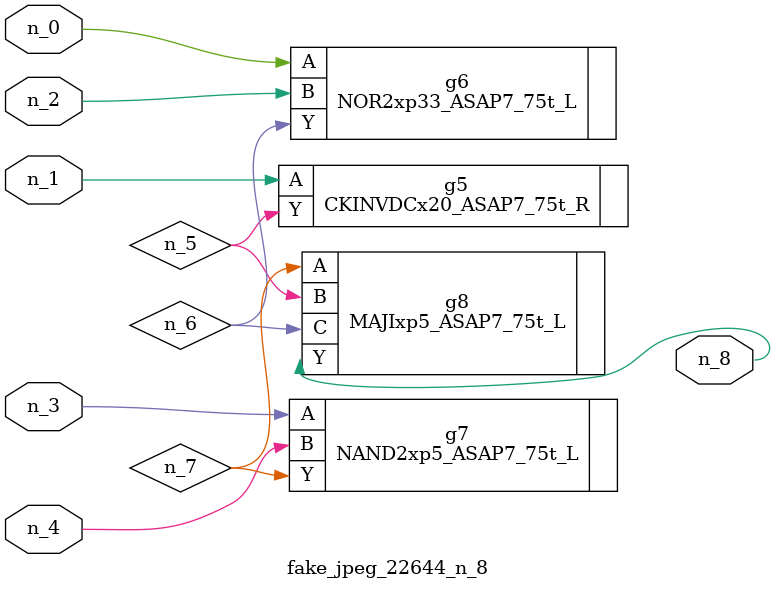
<source format=v>
module fake_jpeg_22644_n_8 (n_3, n_2, n_1, n_0, n_4, n_8);

input n_3;
input n_2;
input n_1;
input n_0;
input n_4;

output n_8;

wire n_6;
wire n_5;
wire n_7;

CKINVDCx20_ASAP7_75t_R g5 ( 
.A(n_1),
.Y(n_5)
);

NOR2xp33_ASAP7_75t_L g6 ( 
.A(n_0),
.B(n_2),
.Y(n_6)
);

NAND2xp5_ASAP7_75t_L g7 ( 
.A(n_3),
.B(n_4),
.Y(n_7)
);

MAJIxp5_ASAP7_75t_L g8 ( 
.A(n_7),
.B(n_5),
.C(n_6),
.Y(n_8)
);


endmodule
</source>
